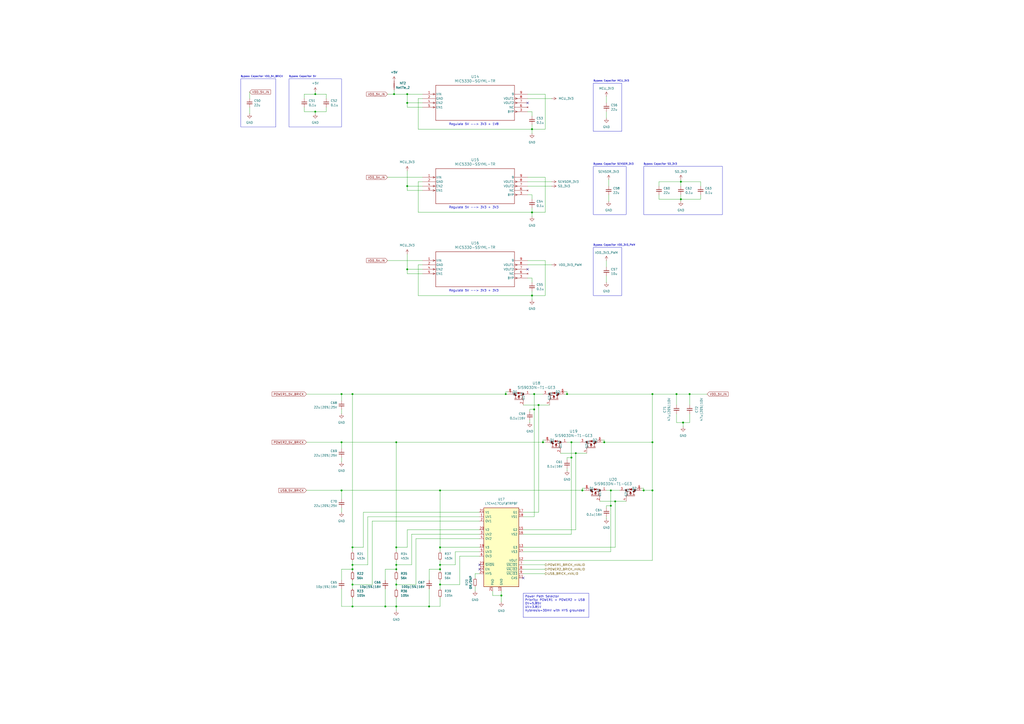
<source format=kicad_sch>
(kicad_sch (version 20231120) (generator "eeschema") (generator_version "8.0")
  (paper "A2")
  (lib_symbols
    (symbol "Device:C_Small" (pin_numbers hide) (pin_names (offset 0.254) hide)
      (property "Reference" "C" (at 0.254 1.778 0))
      (property "Value" "C_Small" (at 0.254 -2.032 0))
      (symbol "C_Small_1_1"
        (pin passive line (at 0 2.54 270) (length 2.032) (name "~") (number "1"))
        (pin passive line (at 0 -2.54 90) (length 2.032) (name "~") (number "2"))
      )
    )
    (symbol "Device:NetTie_2" (pin_numbers hide) (pin_names (offset 0) hide) (in_bom no)
      (property "Reference" "NT" (at 0 1.27 0))
      (property "Value" "NetTie_2" (at 0 -1.27 0))
      (symbol "NetTie_2_1_1"
        (pin passive line (at -2.54 0 0) (length 2.54) (name "1") (number "1"))
        (pin passive line (at 2.54 0 180) (length 2.54) (name "2") (number "2"))
      )
    )
    (symbol "Device:R_Small" (pin_numbers hide) (pin_names (offset 0.254) hide)
      (property "Reference" "R" (at 0.762 0.508 0))
      (property "Value" "R_Small" (at 0.762 -1.016 0))
      (symbol "R_Small_1_1"
        (pin passive line (at 0 2.54 270) (length 0.762) (name "~") (number "1"))
        (pin passive line (at 0 -2.54 90) (length 0.762) (name "~") (number "2"))
      )
    )
    (symbol "Dual P-Channel MOSFET:SIS903DN-T1-GE3" (pin_names (offset 0.254))
      (property "Reference" "U" (at 0 15.113 0))
      (property "Value" "SIS903DN-T1-GE3" (at 0 10.668 0))
      (symbol "SIS903DN-T1-GE3_0_1"
        (pin bidirectional line (at -3.81 2.54 180) (length 2.54) (name "S1") (number "1"))
        (pin bidirectional line (at -7.62 -3.81 90) (length 2.54) (name "G1") (number "2"))
        (pin bidirectional line (at 7.62 -3.81 90) (length 2.54) (name "G2") (number "4"))
        (pin bidirectional line (at 16.51 2.54 180) (length 2.54) (name "D2") (number "5"))
        (pin bidirectional line (at 16.51 3.81 180) (length 2.54) (name "D2") (number "6"))
        (pin bidirectional line (at -16.51 2.54 0) (length 2.54) (name "D1") (number "7"))
        (pin bidirectional line (at -16.51 3.81 0) (length 2.54) (name "D1") (number "8"))
      )
      (symbol "SIS903DN-T1-GE3_1_1"
        (pin bidirectional line (at 3.81 2.54 0) (length 2.54) (name "S2") (number "3"))
      )
    )
    (symbol "MIC5330-SSYML-TR_1" (pin_names (offset 0.254))
      (property "Reference" "U16" (at 30.48 10.16 0))
      (property "Value" "MIC5330-SSYML-TR" (at 30.48 7.62 0))
      (symbol "MIC5330-SSYML-TR_1_0_1"
        (pin input line (at 0 0 0) (length 7.62) (name "VIN") (number "1"))
        (pin power_in line (at 0 -2.54 0) (length 7.62) (name "GND") (number "2"))
        (pin output line (at 60.96 -10.16 180) (length 7.62) (name "BYP") (number "3"))
        (pin input line (at 0 -5.08 0) (length 7.62) (name "EN2") (number "4"))
        (pin input line (at 0 -7.62 0) (length 7.62) (name "EN1") (number "5"))
        (pin no_connect line (at 60.96 -7.62 180) (length 7.62) (name "NC") (number "6"))
      )
      (symbol "MIC5330-SSYML-TR_1_1_1"
        (pin passive line (at 60.96 -5.08 180) (length 7.62) (name "VOUT2") (number "7"))
        (pin power_out line (at 60.96 -2.54 180) (length 7.62) (name "VOUT1") (number "8"))
        (pin passive line (at 60.96 0 180) (length 7.62) (name "9") (number "9"))
      )
    )
    (symbol "Power_Management:LTC4417CUF" (pin_names (offset 0.762))
      (property "Reference" "U" (at 0 26.035 0))
      (property "Value" "LTC4417CUF" (at 0 24.13 0))
      (symbol "LTC4417CUF_1_1"
        (pin input line (at -12.7 17.78 0) (length 2.54) (name "UV1") (number "1"))
        (pin power_in line (at 0 -25.4 90) (length 2.54) (name "GND") (number "10"))
        (pin output line (at 12.7 -17.78 180) (length 2.54) (name "CAS") (number "11"))
        (pin output line (at 12.7 -7.62 180) (length 2.54) (name "VOUT") (number "12"))
        (pin output line (at 12.7 0 180) (length 2.54) (name "G3") (number "13"))
        (pin output line (at 12.7 -2.54 180) (length 2.54) (name "VS3") (number "14"))
        (pin output line (at 12.7 10.16 180) (length 2.54) (name "G2") (number "15"))
        (pin output line (at 12.7 7.62 180) (length 2.54) (name "VS2") (number "16"))
        (pin output line (at 12.7 20.32 180) (length 2.54) (name "G1") (number "17"))
        (pin output line (at 12.7 17.78 180) (length 2.54) (name "VS1") (number "18"))
        (pin input line (at -12.7 0 0) (length 2.54) (name "V3") (number "19"))
        (pin input line (at -12.7 15.24 0) (length 2.54) (name "OV1") (number "2"))
        (pin input line (at -12.7 10.16 0) (length 2.54) (name "V2") (number "20"))
        (pin input line (at -12.7 20.32 0) (length 2.54) (name "V1") (number "21"))
        (pin input line (at -12.7 -12.7 0) (length 2.54) (name "EN") (number "22"))
        (pin input line (at -12.7 -10.16 0) (length 2.54) (name "~{SHDN}") (number "23"))
        (pin input line (at -12.7 -15.24 0) (length 2.54) (name "HYS") (number "24"))
        (pin power_in line (at -5.08 -25.4 90) (length 2.54) (name "PAD") (number "25"))
        (pin input line (at -12.7 7.62 0) (length 2.54) (name "UV2") (number "3"))
        (pin input line (at -12.7 5.08 0) (length 2.54) (name "OV2") (number "4"))
        (pin input line (at -12.7 -2.54 0) (length 2.54) (name "UV3") (number "5"))
        (pin input line (at -12.7 -5.08 0) (length 2.54) (name "OV3") (number "6"))
        (pin open_collector line (at 12.7 -10.16 180) (length 2.54) (name "~{VALID1}") (number "7"))
        (pin open_collector line (at 12.7 -12.7 180) (length 2.54) (name "~{VALID2}") (number "8"))
        (pin open_collector line (at 12.7 -15.24 180) (length 2.54) (name "~{VALID3}") (number "9"))
      )
    )
    (symbol "Voltage_Regulator:MIC5330-SGYML-TR" (pin_names (offset 0.254))
      (property "Reference" "U" (at 30.48 10.16 0))
      (property "Value" "MIC5330-SGYML-TR" (at 30.48 7.62 0))
      (symbol "MIC5330-SGYML-TR_0_1"
        (pin input line (at 0 0 0) (length 7.62) (name "VIN") (number "1"))
        (pin power_in line (at 0 -2.54 0) (length 7.62) (name "GND") (number "2"))
        (pin output line (at 60.96 -10.16 180) (length 7.62) (name "BYP") (number "3"))
        (pin input line (at 0 -5.08 0) (length 7.62) (name "EN2") (number "4"))
        (pin input line (at 0 -7.62 0) (length 7.62) (name "EN1") (number "5"))
        (pin no_connect line (at 60.96 -7.62 180) (length 7.62) (name "NC") (number "6"))
      )
      (symbol "MIC5330-SGYML-TR_1_1"
        (pin power_out line (at 60.96 -5.08 180) (length 7.62) (name "VOUT2") (number "7"))
        (pin power_out line (at 60.96 -2.54 180) (length 7.62) (name "VOUT1") (number "8"))
        (pin passive line (at 60.96 0 180) (length 7.62) (name "9") (number "9"))
      )
    )
    (symbol "Voltage_Regulator:MIC5330-SSYML-TR" (pin_names (offset 0.254))
      (property "Reference" "U" (at 30.48 10.16 0))
      (property "Value" "MIC5330-SSYML-TR" (at 30.48 7.62 0))
      (symbol "MIC5330-SSYML-TR_0_1"
        (pin input line (at 0 0 0) (length 7.62) (name "VIN") (number "1"))
        (pin power_in line (at 0 -2.54 0) (length 7.62) (name "GND") (number "2"))
        (pin output line (at 60.96 -10.16 180) (length 7.62) (name "BYP") (number "3"))
        (pin input line (at 0 -5.08 0) (length 7.62) (name "EN2") (number "4"))
        (pin input line (at 0 -7.62 0) (length 7.62) (name "EN1") (number "5"))
        (pin no_connect line (at 60.96 -7.62 180) (length 7.62) (name "NC") (number "6"))
      )
      (symbol "MIC5330-SSYML-TR_1_1"
        (pin power_out line (at 60.96 -5.08 180) (length 7.62) (name "VOUT2") (number "7"))
        (pin power_out line (at 60.96 -2.54 180) (length 7.62) (name "VOUT1") (number "8"))
        (pin passive line (at 60.96 0 180) (length 7.62) (name "9") (number "9"))
      )
    )
    (symbol "power:+3.3V" (power) (pin_numbers hide) (pin_names (offset 0) hide)
      (property "Value" "+3.3V" (at 0 3.556 0))
      (symbol "+3.3V_1_1"
        (pin power_in line (at 0 0 90) (length 0) (name "~") (number "1"))
      )
    )
    (symbol "power:+5V" (power) (pin_numbers hide) (pin_names (offset 0) hide)
      (property "Value" "+5V" (at 0 3.556 0))
      (symbol "+5V_1_1"
        (pin power_in line (at 0 0 90) (length 0) (name "~") (number "1"))
      )
    )
    (symbol "power:GND" (power) (pin_numbers hide) (pin_names (offset 0) hide)
      (property "Value" "GND" (at 0 -3.81 0))
      (symbol "GND_1_1"
        (pin power_in line (at 0 0 270) (length 0) (name "~") (number "1"))
      )
    )
  )
  (junction (at 204.47 330.2))
  (junction (at 198.12 284.48))
  (junction (at 308.61 123.19))
  (junction (at 308.61 171.45))
  (junction (at 309.88 228.6))
  (junction (at 378.46 256.54))
  (junction (at 255.27 330.2))
  (junction (at 394.97 115.57))
  (junction (at 308.61 74.93))
  (junction (at 331.47 256.54))
  (junction (at 182.88 54.61))
  (junction (at 248.92 351.79))
  (junction (at 378.46 228.6))
  (junction (at 328.93 228.6))
  (junction (at 392.43 228.6))
  (junction (at 334.01 262.89))
  (junction (at 255.27 284.48))
  (junction (at 236.22 59.69))
  (junction (at 255.27 327.66))
  (junction (at 236.22 107.95))
  (junction (at 204.47 351.79))
  (junction (at 228.6 54.61))
  (junction (at 204.47 327.66))
  (junction (at 309.88 237.49))
  (junction (at 198.12 256.54))
  (junction (at 229.87 351.79))
  (junction (at 350.52 256.54))
  (junction (at 290.83 345.44))
  (junction (at 255.27 317.5))
  (junction (at 204.47 228.6))
  (junction (at 223.52 351.79))
  (junction (at 236.22 54.61))
  (junction (at 204.47 339.09))
  (junction (at 394.97 105.41))
  (junction (at 314.96 256.54))
  (junction (at 354.33 284.48))
  (junction (at 400.05 228.6))
  (junction (at 378.46 284.48))
  (junction (at 356.87 290.83))
  (junction (at 373.38 284.48))
  (junction (at 236.22 156.21))
  (junction (at 229.87 330.2))
  (junction (at 182.88 64.77))
  (junction (at 229.87 327.66))
  (junction (at 229.87 317.5))
  (junction (at 229.87 339.09))
  (junction (at 198.12 228.6))
  (junction (at 331.47 265.43))
  (junction (at 229.87 256.54))
  (junction (at 312.42 234.95))
  (junction (at 204.47 317.5))
  (junction (at 255.27 339.09))
  (junction (at 354.33 293.37))
  (junction (at 337.82 284.48))
  (junction (at 396.24 245.11))
  (junction (at 293.37 228.6))
  (no_connect (at 303.53 335.28))
  (no_connect (at 306.07 59.69))
  (no_connect (at 278.13 327.66))
  (no_connect (at 306.07 156.21))
  (no_connect (at 278.13 330.2))
  (wire (pts (xy 328.93 228.6) (xy 327.66 228.6)))
  (wire (pts (xy 266.7 339.09) (xy 255.27 339.09)))
  (wire (pts (xy 356.87 317.5) (xy 356.87 290.83)))
  (wire (pts (xy 228.6 52.07) (xy 228.6 54.61)))
  (wire (pts (xy 204.47 228.6) (xy 293.37 228.6)))
  (wire (pts (xy 278.13 302.26) (xy 215.9 302.26)))
  (wire (pts (xy 229.87 256.54) (xy 229.87 317.5)))
  (wire (pts (xy 236.22 156.21) (xy 245.11 156.21)))
  (wire (pts (xy 245.11 62.23) (xy 236.22 62.23)))
  (wire (pts (xy 378.46 228.6) (xy 328.93 228.6)))
  (wire (pts (xy 293.37 228.6) (xy 294.64 228.6)))
  (wire (pts (xy 306.07 102.87) (xy 316.23 102.87)))
  (wire (pts (xy 314.96 255.27) (xy 316.23 255.27)))
  (wire (pts (xy 278.13 299.72) (xy 213.36 299.72)))
  (wire (pts (xy 198.12 284.48) (xy 198.12 289.56)))
  (wire (pts (xy 308.61 161.29) (xy 308.61 163.83)))
  (wire (pts (xy 255.27 317.5) (xy 278.13 317.5)))
  (wire (pts (xy 356.87 290.83) (xy 363.22 290.83)))
  (wire (pts (xy 306.07 153.67) (xy 320.04 153.67)))
  (wire (pts (xy 353.06 113.03) (xy 353.06 116.84)))
  (wire (pts (xy 350.52 255.27) (xy 350.52 256.54)))
  (wire (pts (xy 182.88 54.61) (xy 176.53 54.61)))
  (wire (pts (xy 293.37 227.33) (xy 293.37 228.6)))
  (wire (pts (xy 215.9 339.09) (xy 204.47 339.09)))
  (wire (pts (xy 204.47 351.79) (xy 223.52 351.79)))
  (wire (pts (xy 328.93 271.78) (xy 328.93 273.05)))
  (wire (pts (xy 255.27 325.12) (xy 255.27 327.66)))
  (wire (pts (xy 278.13 309.88) (xy 238.76 309.88)))
  (wire (pts (xy 351.79 299.72) (xy 351.79 300.99)))
  (wire (pts (xy 229.87 346.71) (xy 229.87 351.79)))
  (wire (pts (xy 255.27 317.5) (xy 255.27 320.04)))
  (wire (pts (xy 312.42 234.95) (xy 318.77 234.95)))
  (wire (pts (xy 223.52 330.2) (xy 229.87 330.2)))
  (wire (pts (xy 308.61 74.93) (xy 308.61 77.47)))
  (wire (pts (xy 264.16 327.66) (xy 264.16 320.04)))
  (wire (pts (xy 327.66 227.33) (xy 328.93 227.33)))
  (wire (pts (xy 314.96 256.54) (xy 316.23 256.54)))
  (wire (pts (xy 303.53 320.04) (xy 354.33 320.04)))
  (wire (pts (xy 255.27 336.55) (xy 255.27 339.09)))
  (wire (pts (xy 245.11 57.15) (xy 242.57 57.15)))
  (wire (pts (xy 328.93 227.33) (xy 328.93 228.6)))
  (wire (pts (xy 238.76 327.66) (xy 229.87 327.66)))
  (wire (pts (xy 204.47 325.12) (xy 204.47 327.66)))
  (wire (pts (xy 373.38 284.48) (xy 378.46 284.48)))
  (wire (pts (xy 396.24 245.11) (xy 396.24 247.65)))
  (wire (pts (xy 354.33 284.48) (xy 359.41 284.48)))
  (wire (pts (xy 242.57 74.93) (xy 308.61 74.93)))
  (wire (pts (xy 245.11 105.41) (xy 242.57 105.41)))
  (wire (pts (xy 337.82 284.48) (xy 339.09 284.48)))
  (wire (pts (xy 198.12 284.48) (xy 255.27 284.48)))
  (wire (pts (xy 303.53 332.74) (xy 316.23 332.74)))
  (wire (pts (xy 198.12 228.6) (xy 204.47 228.6)))
  (wire (pts (xy 255.27 327.66) (xy 255.27 330.2)))
  (wire (pts (xy 236.22 54.61) (xy 245.11 54.61)))
  (wire (pts (xy 245.11 153.67) (xy 242.57 153.67)))
  (wire (pts (xy 264.16 327.66) (xy 255.27 327.66)))
  (wire (pts (xy 349.25 256.54) (xy 350.52 256.54)))
  (wire (pts (xy 303.53 309.88) (xy 331.47 309.88)))
  (wire (pts (xy 229.87 351.79) (xy 248.92 351.79)))
  (wire (pts (xy 306.07 161.29) (xy 308.61 161.29)))
  (wire (pts (xy 303.53 317.5) (xy 356.87 317.5)))
  (wire (pts (xy 290.83 345.44) (xy 290.83 349.25)))
  (wire (pts (xy 351.79 64.77) (xy 351.79 68.58)))
  (wire (pts (xy 334.01 307.34) (xy 334.01 262.89)))
  (wire (pts (xy 236.22 307.34) (xy 236.22 317.5)))
  (wire (pts (xy 307.34 237.49) (xy 309.88 237.49)))
  (wire (pts (xy 392.43 228.6) (xy 392.43 234.95)))
  (wire (pts (xy 294.64 227.33) (xy 293.37 227.33)))
  (wire (pts (xy 334.01 262.89) (xy 340.36 262.89)))
  (wire (pts (xy 394.97 104.14) (xy 394.97 105.41)))
  (wire (pts (xy 303.53 307.34) (xy 334.01 307.34)))
  (wire (pts (xy 308.61 171.45) (xy 308.61 173.99)))
  (wire (pts (xy 204.47 346.71) (xy 204.47 351.79)))
  (wire (pts (xy 198.12 265.43) (xy 198.12 267.97)))
  (wire (pts (xy 308.61 120.65) (xy 308.61 123.19)))
  (wire (pts (xy 303.53 330.2) (xy 316.23 330.2)))
  (wire (pts (xy 378.46 284.48) (xy 378.46 256.54)))
  (wire (pts (xy 198.12 330.2) (xy 204.47 330.2)))
  (wire (pts (xy 406.4 107.95) (xy 406.4 105.41)))
  (wire (pts (xy 278.13 312.42) (xy 241.3 312.42)))
  (wire (pts (xy 224.79 151.13) (xy 245.11 151.13)))
  (wire (pts (xy 306.07 64.77) (xy 308.61 64.77)))
  (wire (pts (xy 372.11 283.21) (xy 373.38 283.21)))
  (wire (pts (xy 339.09 283.21) (xy 337.82 283.21)))
  (wire (pts (xy 331.47 256.54) (xy 336.55 256.54)))
  (wire (pts (xy 177.8 256.54) (xy 198.12 256.54)))
  (wire (pts (xy 350.52 256.54) (xy 378.46 256.54)))
  (wire (pts (xy 236.22 62.23) (xy 236.22 59.69)))
  (wire (pts (xy 198.12 237.49) (xy 198.12 240.03)))
  (wire (pts (xy 204.47 228.6) (xy 204.47 317.5)))
  (wire (pts (xy 242.57 105.41) (xy 242.57 123.19)))
  (wire (pts (xy 198.12 294.64) (xy 198.12 297.18)))
  (wire (pts (xy 236.22 107.95) (xy 236.22 110.49)))
  (wire (pts (xy 351.79 284.48) (xy 354.33 284.48)))
  (wire (pts (xy 306.07 151.13) (xy 316.23 151.13)))
  (wire (pts (xy 351.79 294.64) (xy 351.79 293.37)))
  (wire (pts (xy 351.79 160.02) (xy 351.79 163.83)))
  (wire (pts (xy 382.27 105.41) (xy 382.27 107.95)))
  (wire (pts (xy 278.13 322.58) (xy 266.7 322.58)))
  (wire (pts (xy 309.88 299.72) (xy 309.88 237.49)))
  (wire (pts (xy 394.97 107.95) (xy 394.97 105.41)))
  (wire (pts (xy 308.61 123.19) (xy 316.23 123.19)))
  (wire (pts (xy 215.9 302.26) (xy 215.9 339.09)))
  (wire (pts (xy 308.61 168.91) (xy 308.61 171.45)))
  (wire (pts (xy 224.79 102.87) (xy 245.11 102.87)))
  (wire (pts (xy 255.27 284.48) (xy 337.82 284.48)))
  (wire (pts (xy 224.79 54.61) (xy 228.6 54.61)))
  (wire (pts (xy 392.43 228.6) (xy 400.05 228.6)))
  (wire (pts (xy 337.82 283.21) (xy 337.82 284.48)))
  (wire (pts (xy 182.88 64.77) (xy 189.23 64.77)))
  (wire (pts (xy 198.12 256.54) (xy 198.12 260.35)))
  (wire (pts (xy 373.38 283.21) (xy 373.38 284.48)))
  (wire (pts (xy 351.79 293.37) (xy 354.33 293.37)))
  (wire (pts (xy 307.34 243.84) (xy 307.34 245.11)))
  (wire (pts (xy 314.96 255.27) (xy 314.96 256.54)))
  (wire (pts (xy 255.27 284.48) (xy 255.27 317.5)))
  (wire (pts (xy 382.27 115.57) (xy 382.27 113.03)))
  (wire (pts (xy 351.79 151.13) (xy 351.79 154.94)))
  (wire (pts (xy 307.34 228.6) (xy 309.88 228.6)))
  (wire (pts (xy 255.27 339.09) (xy 255.27 341.63)))
  (wire (pts (xy 236.22 54.61) (xy 236.22 59.69)))
  (wire (pts (xy 255.27 330.2) (xy 255.27 331.47)))
  (wire (pts (xy 236.22 147.32) (xy 236.22 156.21)))
  (wire (pts (xy 223.52 351.79) (xy 229.87 351.79)))
  (wire (pts (xy 236.22 158.75) (xy 245.11 158.75)))
  (wire (pts (xy 400.05 228.6) (xy 410.21 228.6)))
  (wire (pts (xy 266.7 322.58) (xy 266.7 339.09)))
  (wire (pts (xy 198.12 256.54) (xy 229.87 256.54)))
  (wire (pts (xy 306.07 57.15) (xy 320.04 57.15)))
  (wire (pts (xy 308.61 171.45) (xy 316.23 171.45)))
  (wire (pts (xy 248.92 336.55) (xy 248.92 330.2)))
  (wire (pts (xy 255.27 351.79) (xy 255.27 346.71)))
  (wire (pts (xy 400.05 245.11) (xy 400.05 240.03)))
  (wire (pts (xy 328.93 266.7) (xy 328.93 265.43)))
  (wire (pts (xy 290.83 342.9) (xy 290.83 345.44)))
  (wire (pts (xy 351.79 55.88) (xy 351.79 59.69)))
  (wire (pts (xy 204.47 330.2) (xy 204.47 331.47)))
  (wire (pts (xy 308.61 74.93) (xy 316.23 74.93)))
  (wire (pts (xy 285.75 345.44) (xy 290.83 345.44)))
  (wire (pts (xy 275.59 335.28) (xy 275.59 332.74)))
  (wire (pts (xy 306.07 54.61) (xy 316.23 54.61)))
  (wire (pts (xy 285.75 342.9) (xy 285.75 345.44)))
  (wire (pts (xy 182.88 64.77) (xy 182.88 66.04)))
  (wire (pts (xy 204.47 336.55) (xy 204.47 339.09)))
  (wire (pts (xy 406.4 115.57) (xy 394.97 115.57)))
  (wire (pts (xy 353.06 104.14) (xy 353.06 107.95)))
  (wire (pts (xy 198.12 341.63) (xy 198.12 351.79)))
  (wire (pts (xy 303.53 234.95) (xy 312.42 234.95)))
  (wire (pts (xy 278.13 297.18) (xy 210.82 297.18)))
  (wire (pts (xy 394.97 113.03) (xy 394.97 115.57)))
  (wire (pts (xy 400.05 234.95) (xy 400.05 228.6)))
  (wire (pts (xy 229.87 325.12) (xy 229.87 327.66)))
  (wire (pts (xy 309.88 237.49) (xy 309.88 228.6)))
  (wire (pts (xy 144.78 53.34) (xy 144.78 57.15)))
  (wire (pts (xy 382.27 105.41) (xy 394.97 105.41)))
  (wire (pts (xy 349.25 255.27) (xy 350.52 255.27)))
  (wire (pts (xy 236.22 317.5) (xy 229.87 317.5)))
  (wire (pts (xy 177.8 284.48) (xy 198.12 284.48)))
  (wire (pts (xy 248.92 330.2) (xy 255.27 330.2)))
  (wire (pts (xy 248.92 341.63) (xy 248.92 351.79)))
  (wire (pts (xy 176.53 54.61) (xy 176.53 57.15)))
  (wire (pts (xy 204.47 317.5) (xy 204.47 320.04)))
  (wire (pts (xy 306.07 107.95) (xy 320.04 107.95)))
  (wire (pts (xy 308.61 123.19) (xy 308.61 125.73)))
  (wire (pts (xy 223.52 336.55) (xy 223.52 330.2)))
  (wire (pts (xy 245.11 59.69) (xy 236.22 59.69)))
  (wire (pts (xy 198.12 351.79) (xy 204.47 351.79)))
  (wire (pts (xy 182.88 54.61) (xy 189.23 54.61)))
  (wire (pts (xy 210.82 317.5) (xy 204.47 317.5)))
  (wire (pts (xy 177.8 228.6) (xy 198.12 228.6)))
  (wire (pts (xy 229.87 351.79) (xy 229.87 354.33)))
  (wire (pts (xy 303.53 327.66) (xy 316.23 327.66)))
  (wire (pts (xy 392.43 240.03) (xy 392.43 245.11)))
  (wire (pts (xy 303.53 299.72) (xy 309.88 299.72)))
  (wire (pts (xy 229.87 336.55) (xy 229.87 339.09)))
  (wire (pts (xy 198.12 336.55) (xy 198.12 330.2)))
  (wire (pts (xy 176.53 64.77) (xy 176.53 62.23)))
  (wire (pts (xy 189.23 62.23) (xy 189.23 64.77)))
  (wire (pts (xy 182.88 53.34) (xy 182.88 54.61)))
  (wire (pts (xy 242.57 123.19) (xy 308.61 123.19)))
  (wire (pts (xy 236.22 110.49) (xy 245.11 110.49)))
  (wire (pts (xy 229.87 330.2) (xy 229.87 331.47)))
  (wire (pts (xy 241.3 312.42) (xy 241.3 339.09)))
  (wire (pts (xy 316.23 54.61) (xy 316.23 74.93)))
  (wire (pts (xy 228.6 54.61) (xy 236.22 54.61)))
  (wire (pts (xy 406.4 105.41) (xy 394.97 105.41)))
  (wire (pts (xy 241.3 339.09) (xy 229.87 339.09)))
  (wire (pts (xy 328.93 265.43) (xy 331.47 265.43)))
  (wire (pts (xy 242.57 57.15) (xy 242.57 74.93)))
  (wire (pts (xy 144.78 62.23) (xy 144.78 66.04)))
  (wire (pts (xy 303.53 325.12) (xy 378.46 325.12)))
  (wire (pts (xy 213.36 299.72) (xy 213.36 327.66)))
  (wire (pts (xy 331.47 309.88) (xy 331.47 265.43)))
  (wire (pts (xy 229.87 317.5) (xy 229.87 320.04)))
  (wire (pts (xy 236.22 99.06) (xy 236.22 107.95)))
  (wire (pts (xy 229.87 256.54) (xy 314.96 256.54)))
  (wire (pts (xy 309.88 228.6) (xy 314.96 228.6)))
  (wire (pts (xy 347.98 290.83) (xy 356.87 290.83)))
  (wire (pts (xy 223.52 341.63) (xy 223.52 351.79)))
  (wire (pts (xy 275.59 332.74) (xy 278.13 332.74)))
  (wire (pts (xy 325.12 262.89) (xy 334.01 262.89)))
  (wire (pts (xy 396.24 245.11) (xy 400.05 245.11)))
  (wire (pts (xy 307.34 238.76) (xy 307.34 237.49)))
  (wire (pts (xy 316.23 102.87) (xy 316.23 123.19)))
  (wire (pts (xy 378.46 228.6) (xy 392.43 228.6)))
  (wire (pts (xy 382.27 115.57) (xy 394.97 115.57)))
  (wire (pts (xy 210.82 297.18) (xy 210.82 317.5)))
  (wire (pts (xy 378.46 325.12) (xy 378.46 284.48)))
  (wire (pts (xy 213.36 327.66) (xy 204.47 327.66)))
  (wire (pts (xy 189.23 57.15) (xy 189.23 54.61)))
  (wire (pts (xy 372.11 284.48) (xy 373.38 284.48)))
  (wire (pts (xy 306.07 113.03) (xy 308.61 113.03)))
  (wire (pts (xy 236.22 107.95) (xy 245.11 107.95)))
  (wire (pts (xy 275.59 340.36) (xy 275.59 342.9)))
  (wire (pts (xy 278.13 307.34) (xy 236.22 307.34)))
  (wire (pts (xy 198.12 228.6) (xy 198.12 232.41)))
  (wire (pts (xy 406.4 113.03) (xy 406.4 115.57)))
  (wire (pts (xy 312.42 297.18) (xy 312.42 234.95)))
  (wire (pts (xy 354.33 320.04) (xy 354.33 293.37)))
  (wire (pts (xy 328.93 256.54) (xy 331.47 256.54)))
  (wire (pts (xy 236.22 156.21) (xy 236.22 158.75)))
  (wire (pts (xy 394.97 115.57) (xy 394.97 116.84)))
  (wire (pts (xy 308.61 64.77) (xy 308.61 67.31)))
  (wire (pts (xy 248.92 351.79) (xy 255.27 351.79)))
  (wire (pts (xy 242.57 153.67) (xy 242.57 171.45)))
  (wire (pts (xy 308.61 113.03) (xy 308.61 115.57)))
  (wire (pts (xy 229.87 327.66) (xy 229.87 330.2)))
  (wire (pts (xy 242.57 171.45) (xy 308.61 171.45)))
  (wire (pts (xy 238.76 309.88) (xy 238.76 327.66)))
  (wire (pts (xy 392.43 245.11) (xy 396.24 245.11)))
  (wire (pts (xy 331.47 265.43) (xy 331.47 256.54)))
  (wire (pts (xy 303.53 297.18) (xy 312.42 297.18)))
  (wire (pts (xy 204.47 339.09) (xy 204.47 341.63)))
  (wire (pts (xy 316.23 151.13) (xy 316.23 171.45)))
  (wire (pts (xy 229.87 339.09) (xy 229.87 341.63)))
  (wire (pts (xy 182.88 64.77) (xy 176.53 64.77)))
  (wire (pts (xy 378.46 256.54) (xy 378.46 228.6)))
  (wire (pts (xy 308.61 72.39) (xy 308.61 74.93)))
  (wire (pts (xy 306.07 105.41) (xy 320.04 105.41)))
  (wire (pts (xy 204.47 327.66) (xy 204.47 330.2)))
  (wire (pts (xy 278.13 320.04) (xy 264.16 320.04)))
  (wire (pts (xy 354.33 293.37) (xy 354.33 284.48)))
  (rectangle (start 344.17 143.51) (end 360.68 171.45))
  (rectangle (start 167.64 45.72) (end 198.12 73.66))
  (rectangle (start 344.17 48.26) (end 360.68 76.2))
  (rectangle (start 139.7 45.72) (end 160.02 73.66))
  (rectangle (start 344.17 96.52) (end 363.22 124.46))
  (rectangle (start 373.38 96.52) (end 419.1 124.46))
  (text_box "Power Path Selector\nPriority: POWER1 > POWER2 > USB\nOV=5.85V\nUV=3.81V\nHyteresis=30mV with HYS grounded" (at 303.53 344.17 0) (size 38.1 13.97) (effects (font (size 1.27 1.27)) (justify left top)))
  (text "Bypass Capacitor MCU_3V3" (at 354.584 46.99 0) (effects (font (size 1 1))))
  (text "Bypass Capacitor VDD_5V_BRICK" (at 151.892 44.45 0) (effects (font (size 1 1))))
  (text "Bypass Capacitor 5V" (at 175.514 44.45 0) (effects (font (size 1 1))))
  (text "Bypass Capacitor SD_3V3" (at 383.032 95.25 0) (effects (font (size 1 1))))
  (text "Bypass Capacitor VDD_3V3_PWM" (at 356.362 142.24 0) (effects (font (size 1 1))))
  (text "Bypass Capacitor SENSOR_3V3" (at 355.854 95.25 0) (effects (font (size 1 1))))
  (text "Regulate 5V --> 3V3 + 1V8" (at 274.828 72.136 0) (effects (font (size 1.27 1.27))))
  (text "Regulate 5V --> 3V3 + 3V3" (at 274.828 120.396 0) (effects (font (size 1.27 1.27))))
  (text "Regulate 5V --> 3V3 + 3V3" (at 274.828 168.656 0) (effects (font (size 1.27 1.27))))
  (global_label "POWER1_5V_BRICK" (shape input) (at 177.8 228.6 180) (property "Intersheetrefs" "${INTERSHEET_REFS}" (effects (hide yes))))
  (global_label "USB_5V_BRICK" (shape input) (at 177.8 284.48 180) (property "Intersheetrefs" "${INTERSHEET_REFS}" (effects (hide yes))))
  (global_label "VDD_5V_IN" (shape input) (at 224.79 151.13 180) (property "Intersheetrefs" "${INTERSHEET_REFS}" (effects (hide yes))))
  (global_label "VDD_5V_IN" (shape input) (at 144.78 53.34 0) (property "Intersheetrefs" "${INTERSHEET_REFS}" (effects (hide yes))))
  (global_label "POWER2_5V_BRICK" (shape input) (at 177.8 256.54 180) (property "Intersheetrefs" "${INTERSHEET_REFS}" (effects (hide yes))))
  (global_label "VDD_5V_IN" (shape input) (at 224.79 102.87 180) (property "Intersheetrefs" "${INTERSHEET_REFS}" (effects (hide yes))))
  (global_label "VDD_5V_IN" (shape input) (at 224.79 54.61 180) (property "Intersheetrefs" "${INTERSHEET_REFS}" (effects (hide yes))))
  (global_label "VDD_5V_IN" (shape input) (at 410.21 228.6 0) (property "Intersheetrefs" "${INTERSHEET_REFS}" (effects (hide yes))))
  (hierarchical_label "POWER1_BRICK_nVALID" (shape output) (at 316.23 327.66 0))
  (hierarchical_label "POWER2_BRICK_nVALID" (shape output) (at 316.23 330.2 0))
  (hierarchical_label "USB_BRICK_nVALID" (shape output) (at 316.23 332.74 0))
  (symbol (lib_id "power:+3.3V") (at 394.97 104.14 0) (unit 1)
    (property "Reference" "#PWR0136" (effects (hide yes)))
    (property "Value" "SD_3V3" (at 394.97 99.568 0))
    (property "Description" "Power symbol creates a global label with name \"+3.3V\"" (effects (hide yes)))
  )
  (symbol (lib_id "power:GND") (at 182.88 66.04 0) (unit 1)
    (property "Reference" "#PWR0116" (effects (hide yes)))
    (property "Value" "GND" (at 182.88 71.12 0))
    (property "Description" "Power symbol creates a global label with name \"GND\" , ground" (effects (hide yes)))
  )
  (symbol (lib_id "Device:R_Small") (at 255.27 344.17 0) (unit 1)
    (property "Reference" "R39" (at 257.81 342.8999 0) (effects (justify left)))
    (property "Value" "105k" (at 257.81 345.4399 0) (effects (justify left)))
    (property "Footprint" "Resistor_SMD:R_0402_1005Metric_Pad0.72x0.64mm_HandSolder" (effects (hide yes)))
    (property "Description" "Resistor, small symbol" (effects (hide yes)))
  )
  (symbol (lib_id "power:GND") (at 290.83 349.25 0) (unit 1)
    (property "Reference" "#PWR056" (effects (hide yes)))
    (property "Value" "GND" (at 290.83 354.33 0))
    (property "Description" "Power symbol creates a global label with name \"GND\" , ground" (effects (hide yes)))
  )
  (symbol (lib_id "Device:C_Small") (at 198.12 339.09 0) (unit 1)
    (property "Reference" "C65" (at 195.58 337.8262 0) (effects (justify right)))
    (property "Value" "10p|5%|16V" (at 195.58 340.3662 0) (effects (justify right)))
    (property "Footprint" "Capacitor_SMD:C_0402_1005Metric_Pad0.74x0.62mm_HandSolder" (effects (hide yes)))
    (property "Description" "Unpolarized capacitor, small symbol" (effects (hide yes)))
  )
  (symbol (lib_id "power:GND") (at 144.78 66.04 0) (unit 1)
    (property "Reference" "#PWR0114" (effects (hide yes)))
    (property "Value" "GND" (at 144.78 71.12 0))
    (property "Description" "Power symbol creates a global label with name \"GND\" , ground" (effects (hide yes)))
  )
  (symbol (lib_id "Device:R_Small") (at 204.47 344.17 0) (unit 1)
    (property "Reference" "R23" (at 207.01 342.8999 0) (effects (justify left)))
    (property "Value" "105k" (at 207.01 345.4399 0) (effects (justify left)))
    (property "Footprint" "Resistor_SMD:R_0402_1005Metric_Pad0.72x0.64mm_HandSolder" (effects (hide yes)))
    (property "Description" "Resistor, small symbol" (effects (hide yes)))
  )
  (symbol (lib_id "power:GND") (at 396.24 247.65 0) (unit 1)
    (property "Reference" "#PWR0113" (effects (hide yes)))
    (property "Value" "GND" (at 396.24 252.73 0))
    (property "Description" "Power symbol creates a global label with name \"GND\" , ground" (effects (hide yes)))
  )
  (symbol (lib_id "Device:C_Small") (at 400.05 237.49 0) (unit 1)
    (property "Reference" "C72" (at 404.114 239.522 90) (effects (justify left)))
    (property "Value" "47u|20%|10V" (at 406.908 244.348 90) (effects (justify left)))
    (property "Footprint" "Capacitor_SMD:C_0805_2012Metric_Pad1.18x1.45mm_HandSolder" (effects (hide yes)))
    (property "Description" "Unpolarized capacitor, small symbol" (effects (hide yes)))
  )
  (symbol (lib_id "Device:C_Small") (at 406.4 110.49 0) (unit 1)
    (property "Reference" "C63" (at 408.94 109.2262 0) (effects (justify left)))
    (property "Value" "0.1u" (at 408.94 111.7662 0) (effects (justify left)))
    (property "Footprint" "Capacitor_SMD:C_0402_1005Metric_Pad0.74x0.62mm_HandSolder" (effects (hide yes)))
    (property "Description" "Unpolarized capacitor, small symbol" (effects (hide yes)))
  )
  (symbol (lib_id "Device:C_Small") (at 198.12 234.95 0) (mirror y) (unit 1)
    (property "Reference" "C68" (at 195.58 233.6862 0) (effects (justify left)))
    (property "Value" "22u|20%|25V" (at 195.58 236.2262 0) (effects (justify left)))
    (property "Footprint" "Capacitor_SMD:C_0603_1608Metric_Pad1.08x0.95mm_HandSolder" (effects (hide yes)))
    (property "Description" "Unpolarized capacitor, small symbol" (effects (hide yes)))
  )
  (symbol (lib_id "power:GND") (at 394.97 116.84 0) (unit 1)
    (property "Reference" "#PWR0137" (effects (hide yes)))
    (property "Value" "GND" (at 394.97 121.92 0))
    (property "Description" "Power symbol creates a global label with name \"GND\" , ground" (effects (hide yes)))
  )
  (symbol (lib_id "Device:C_Small") (at 189.23 59.69 0) (unit 1)
    (property "Reference" "C52" (at 191.77 58.4262 0) (effects (justify left)))
    (property "Value" "0.1u" (at 191.77 60.9662 0) (effects (justify left)))
    (property "Footprint" "Capacitor_SMD:C_0402_1005Metric_Pad0.74x0.62mm_HandSolder" (effects (hide yes)))
    (property "Description" "Unpolarized capacitor, small symbol" (effects (hide yes)))
  )
  (symbol (lib_id "Device:C_Small") (at 307.34 241.3 0) (unit 1)
    (property "Reference" "C59" (at 304.8 240.0362 0) (effects (justify right)))
    (property "Value" "0.1u|16V" (at 304.8 242.5762 0) (effects (justify right)))
    (property "Footprint" "Capacitor_SMD:C_0402_1005Metric_Pad0.74x0.62mm_HandSolder" (effects (hide yes)))
    (property "Description" "Unpolarized capacitor, small symbol" (effects (hide yes)))
  )
  (symbol (lib_id "Voltage_Regulator:MIC5330-SGYML-TR") (at 245.11 54.61 0) (unit 1)
    (property "Reference" "U14" (at 275.59 44.45 0) (effects (font (size 1.524 1.524))))
    (property "Value" "MIC5330-SGYML-TR" (at 275.59 46.99 0) (effects (font (size 1.524 1.524))))
    (property "Footprint" "MLF-8_ML_MCH" (effects (hide yes)))
    (property "Datasheet" "MIC5330-SGYML-TR" (effects (hide yes)))
  )
  (symbol (lib_id "Dual P-Channel MOSFET:SIS903DN-T1-GE3") (at 355.6 287.02 0) (unit 1)
    (property "Reference" "U20" (at 355.6 278.13 0) (effects (font (size 1.524 1.524))))
    (property "Value" "SIS903DN-T1-GE3" (at 355.6 280.67 0) (effects (font (size 1.524 1.524))))
    (property "Footprint" "SIS903DN-T1-GE3:MOSFET_DN-T1-GE3_VIS" (effects (hide yes)))
    (property "Datasheet" "SIS903DN-T1-GE3" (effects (hide yes)))
  )
  (symbol (lib_id "power:+3.3V") (at 236.22 99.06 0) (unit 1)
    (property "Reference" "#PWR0118" (effects (hide yes)))
    (property "Value" "MCU_3V3" (at 236.22 93.98 0))
    (property "Description" "Power symbol creates a global label with name \"+3.3V\"" (effects (hide yes)))
  )
  (symbol (lib_id "Dual P-Channel MOSFET:SIS903DN-T1-GE3") (at 311.15 231.14 0) (unit 1)
    (property "Reference" "U18" (at 311.15 222.25 0) (effects (font (size 1.524 1.524))))
    (property "Value" "SIS903DN-T1-GE3" (at 311.15 224.79 0) (effects (font (size 1.524 1.524))))
    (property "Footprint" "SIS903DN-T1-GE3:MOSFET_DN-T1-GE3_VIS" (effects (hide yes)))
    (property "Datasheet" "SIS903DN-T1-GE3" (effects (hide yes)))
  )
  (symbol (lib_id "power:+3.3V") (at 320.04 107.95 270) (unit 1)
    (property "Reference" "#PWR0126" (effects (hide yes)))
    (property "Value" "SD_3V3" (at 323.596 107.95 90) (effects (justify left)))
    (property "Description" "Power symbol creates a global label with name \"+3.3V\"" (effects (hide yes)))
  )
  (symbol (lib_id "Device:C_Small") (at 392.43 237.49 0) (mirror y) (unit 1)
    (property "Reference" "C71" (at 385.572 239.522 90) (effects (justify left)))
    (property "Value" "47u|20%|10V" (at 388.112 244.348 90) (effects (justify left)))
    (property "Footprint" "Capacitor_SMD:C_0805_2012Metric_Pad1.18x1.45mm_HandSolder" (effects (hide yes)))
    (property "Description" "Unpolarized capacitor, small symbol" (effects (hide yes)))
  )
  (symbol (lib_id "power:GND") (at 328.93 273.05 0) (unit 1)
    (property "Reference" "#PWR0107" (effects (hide yes)))
    (property "Value" "GND" (at 328.93 278.13 0))
    (property "Description" "Power symbol creates a global label with name \"GND\" , ground" (effects (hide yes)))
  )
  (symbol (lib_id "Device:R_Small") (at 204.47 322.58 0) (unit 1)
    (property "Reference" "R21" (at 207.01 321.3099 0) (effects (justify left)))
    (property "Value" "453k" (at 207.01 323.8499 0) (effects (justify left)))
    (property "Footprint" "Resistor_SMD:R_0402_1005Metric_Pad0.72x0.64mm_HandSolder" (effects (hide yes)))
    (property "Description" "Resistor, small symbol" (effects (hide yes)))
  )
  (symbol (lib_id "power:GND") (at 229.87 354.33 0) (unit 1)
    (property "Reference" "#PWR0124" (effects (hide yes)))
    (property "Value" "GND" (at 229.87 359.41 0))
    (property "Description" "Power symbol creates a global label with name \"GND\" , ground" (effects (hide yes)))
  )
  (symbol (lib_id "power:GND") (at 351.79 163.83 0) (unit 1)
    (property "Reference" "#PWR0131" (effects (hide yes)))
    (property "Value" "GND" (at 351.79 168.91 0))
    (property "Description" "Power symbol creates a global label with name \"GND\" , ground" (effects (hide yes)))
  )
  (symbol (lib_id "Device:R_Small") (at 229.87 322.58 0) (unit 1)
    (property "Reference" "R34" (at 232.41 321.3099 0) (effects (justify left)))
    (property "Value" "453k" (at 232.41 323.8499 0) (effects (justify left)))
    (property "Footprint" "Resistor_SMD:R_0402_1005Metric_Pad0.72x0.64mm_HandSolder" (effects (hide yes)))
    (property "Description" "Resistor, small symbol" (effects (hide yes)))
  )
  (symbol (lib_id "power:GND") (at 308.61 125.73 0) (unit 1)
    (property "Reference" "#PWR0121" (effects (hide yes)))
    (property "Value" "GND" (at 308.61 130.81 0))
    (property "Description" "Power symbol creates a global label with name \"GND\" , ground" (effects (hide yes)))
  )
  (symbol (lib_id "power:GND") (at 275.59 342.9 0) (unit 1)
    (property "Reference" "#PWR057" (effects (hide yes)))
    (property "Value" "GND" (at 275.59 347.98 0))
    (property "Description" "Power symbol creates a global label with name \"GND\" , ground" (effects (hide yes)))
  )
  (symbol (lib_id "Device:C_Small") (at 223.52 339.09 0) (unit 1)
    (property "Reference" "C66" (at 220.98 337.8262 0) (effects (justify right)))
    (property "Value" "10p|5%|16V" (at 220.98 340.3662 0) (effects (justify right)))
    (property "Footprint" "Capacitor_SMD:C_0402_1005Metric_Pad0.74x0.62mm_HandSolder" (effects (hide yes)))
    (property "Description" "Unpolarized capacitor, small symbol" (effects (hide yes)))
  )
  (symbol (lib_id "Device:NetTie_2") (at 228.6 49.53 270) (unit 1) (in_bom no)
    (property "Reference" "NT2" (at 233.68 48.26 90))
    (property "Value" "NetTie_2" (at 233.68 50.8 90))
    (property "Footprint" "NetTie:NetTie-2_SMD_Pad2.0mm" (effects (hide yes)))
    (property "Description" "Net tie, 2 pins" (effects (hide yes)))
  )
  (symbol (lib_id "power:GND") (at 308.61 77.47 0) (unit 1)
    (property "Reference" "#PWR0120" (effects (hide yes)))
    (property "Value" "GND" (at 308.61 82.55 0))
    (property "Description" "Power symbol creates a global label with name \"GND\" , ground" (effects (hide yes)))
  )
  (symbol (lib_id "power:+3.3V") (at 320.04 153.67 270) (unit 1)
    (property "Reference" "#PWR0127" (effects (hide yes)))
    (property "Value" "VDD_3V3_PWM" (at 324.104 153.67 90) (effects (justify left)))
    (property "Description" "Power symbol creates a global label with name \"+3.3V\"" (effects (hide yes)))
  )
  (symbol (lib_id "Device:C_Small") (at 144.78 59.69 0) (unit 1)
    (property "Reference" "C50" (at 147.32 58.4262 0) (effects (justify left)))
    (property "Value" "22u" (at 147.32 60.9662 0) (effects (justify left)))
    (property "Footprint" "Capacitor_SMD:C_0603_1608Metric_Pad1.08x0.95mm_HandSolder" (effects (hide yes)))
    (property "Description" "Unpolarized capacitor, small symbol" (effects (hide yes)))
  )
  (symbol (lib_id "Device:C_Small") (at 198.12 292.1 0) (mirror y) (unit 1)
    (property "Reference" "C70" (at 195.58 290.8362 0) (effects (justify left)))
    (property "Value" "22u|20%|25V" (at 195.58 293.3762 0) (effects (justify left)))
    (property "Footprint" "Capacitor_SMD:C_0603_1608Metric_Pad1.08x0.95mm_HandSolder" (effects (hide yes)))
    (property "Description" "Unpolarized capacitor, small symbol" (effects (hide yes)))
  )
  (symbol (lib_id "Device:R_Small") (at 255.27 322.58 0) (unit 1)
    (property "Reference" "R37" (at 257.81 321.3099 0) (effects (justify left)))
    (property "Value" "453k" (at 257.81 323.8499 0) (effects (justify left)))
    (property "Footprint" "Resistor_SMD:R_0402_1005Metric_Pad0.72x0.64mm_HandSolder" (effects (hide yes)))
    (property "Description" "Resistor, small symbol" (effects (hide yes)))
  )
  (symbol (lib_id "power:+3.3V") (at 351.79 151.13 0) (unit 1)
    (property "Reference" "#PWR0130" (effects (hide yes)))
    (property "Value" "VDD_3V3_PWM" (at 351.79 146.558 0))
    (property "Description" "Power symbol creates a global label with name \"+3.3V\"" (effects (hide yes)))
  )
  (symbol (lib_id "Device:C_Small") (at 198.12 262.89 0) (mirror y) (unit 1)
    (property "Reference" "C69" (at 195.58 261.6262 0) (effects (justify left)))
    (property "Value" "22u|20%|25V" (at 195.58 264.1662 0) (effects (justify left)))
    (property "Footprint" "Capacitor_SMD:C_0603_1608Metric_Pad1.08x0.95mm_HandSolder" (effects (hide yes)))
    (property "Description" "Unpolarized capacitor, small symbol" (effects (hide yes)))
  )
  (symbol (lib_id "Device:C_Small") (at 353.06 110.49 0) (unit 1)
    (property "Reference" "C58" (at 355.6 109.2262 0) (effects (justify left)))
    (property "Value" "22u" (at 355.6 111.7662 0) (effects (justify left)))
    (property "Footprint" "Capacitor_SMD:C_0603_1608Metric_Pad1.08x0.95mm_HandSolder" (effects (hide yes)))
    (property "Description" "Unpolarized capacitor, small symbol" (effects (hide yes)))
  )
  (symbol (lib_id "power:GND") (at 351.79 300.99 0) (unit 1)
    (property "Reference" "#PWR0109" (effects (hide yes)))
    (property "Value" "GND" (at 351.79 306.07 0))
    (property "Description" "Power symbol creates a global label with name \"GND\" , ground" (effects (hide yes)))
  )
  (symbol (lib_id "Device:R_Small") (at 255.27 334.01 0) (unit 1)
    (property "Reference" "R38" (at 257.81 332.7399 0) (effects (justify left)))
    (property "Value" "56k" (at 257.81 335.2799 0) (effects (justify left)))
    (property "Footprint" "Resistor_SMD:R_0402_1005Metric_Pad0.72x0.64mm_HandSolder" (effects (hide yes)))
    (property "Description" "Resistor, small symbol" (effects (hide yes)))
  )
  (symbol (lib_id "Device:C_Small") (at 328.93 269.24 0) (unit 1)
    (property "Reference" "C61" (at 326.39 267.9762 0) (effects (justify right)))
    (property "Value" "0.1u|16V" (at 326.39 270.5162 0) (effects (justify right)))
    (property "Footprint" "Capacitor_SMD:C_0402_1005Metric_Pad0.74x0.62mm_HandSolder" (effects (hide yes)))
    (property "Description" "Unpolarized capacitor, small symbol" (effects (hide yes)))
  )
  (symbol (lib_id "Device:C_Small") (at 308.61 69.85 0) (unit 1)
    (property "Reference" "C53" (at 311.15 68.5862 0) (effects (justify left)))
    (property "Value" "0.1u" (at 311.15 71.1262 0) (effects (justify left)))
    (property "Footprint" "Capacitor_SMD:C_0402_1005Metric_Pad0.74x0.62mm_HandSolder" (effects (hide yes)))
    (property "Description" "Unpolarized capacitor, small symbol" (effects (hide yes)))
  )
  (symbol (lib_id "power:+3.3V") (at 320.04 105.41 270) (unit 1)
    (property "Reference" "#PWR0125" (effects (hide yes)))
    (property "Value" "SENSOR_3V3" (at 323.596 105.41 90) (effects (justify left)))
    (property "Description" "Power symbol creates a global label with name \"+3.3V\"" (effects (hide yes)))
  )
  (symbol (lib_id "power:+3.3V") (at 351.79 55.88 0) (unit 1)
    (property "Reference" "#PWR0128" (effects (hide yes)))
    (property "Value" "MCU_3V3" (at 351.79 51.308 0))
    (property "Description" "Power symbol creates a global label with name \"+3.3V\"" (effects (hide yes)))
  )
  (symbol (lib_id "Device:R_Small") (at 204.47 334.01 0) (unit 1)
    (property "Reference" "R22" (at 207.01 332.7399 0) (effects (justify left)))
    (property "Value" "56k" (at 207.01 335.2799 0) (effects (justify left)))
    (property "Footprint" "Resistor_SMD:R_0402_1005Metric_Pad0.72x0.64mm_HandSolder" (effects (hide yes)))
    (property "Description" "Resistor, small symbol" (effects (hide yes)))
  )
  (symbol (lib_id "Device:C_Small") (at 308.61 118.11 0) (unit 1)
    (property "Reference" "C54" (at 311.15 116.8462 0) (effects (justify left)))
    (property "Value" "0.1u" (at 311.15 119.3862 0) (effects (justify left)))
    (property "Footprint" "Capacitor_SMD:C_0402_1005Metric_Pad0.74x0.62mm_HandSolder" (effects (hide yes)))
    (property "Description" "Unpolarized capacitor, small symbol" (effects (hide yes)))
  )
  (symbol (lib_id "power:GND") (at 351.79 68.58 0) (unit 1)
    (property "Reference" "#PWR0129" (effects (hide yes)))
    (property "Value" "GND" (at 351.79 73.66 0))
    (property "Description" "Power symbol creates a global label with name \"GND\" , ground" (effects (hide yes)))
  )
  (symbol (lib_id "power:+5V") (at 182.88 53.34 0) (unit 1)
    (property "Reference" "#PWR0115" (effects (hide yes)))
    (property "Value" "+5V" (at 182.88 48.26 0))
    (property "Description" "Power symbol creates a global label with name \"+5V\"" (effects (hide yes)))
  )
  (symbol (lib_id "power:+3.3V") (at 236.22 147.32 0) (unit 1)
    (property "Reference" "#PWR0119" (effects (hide yes)))
    (property "Value" "MCU_3V3" (at 236.22 142.24 0))
    (property "Description" "Power symbol creates a global label with name \"+3.3V\"" (effects (hide yes)))
  )
  (symbol (lib_id "Device:C_Small") (at 351.79 62.23 0) (unit 1)
    (property "Reference" "C56" (at 354.33 60.9662 0) (effects (justify left)))
    (property "Value" "22u" (at 354.33 63.5062 0) (effects (justify left)))
    (property "Footprint" "Capacitor_SMD:C_0603_1608Metric_Pad1.08x0.95mm_HandSolder" (effects (hide yes)))
    (property "Description" "Unpolarized capacitor, small symbol" (effects (hide yes)))
  )
  (symbol (lib_id "Device:C_Small") (at 308.61 166.37 0) (unit 1)
    (property "Reference" "C55" (at 311.15 165.1062 0) (effects (justify left)))
    (property "Value" "0.1u" (at 311.15 167.6462 0) (effects (justify left)))
    (property "Footprint" "Capacitor_SMD:C_0402_1005Metric_Pad0.74x0.62mm_HandSolder" (effects (hide yes)))
    (property "Description" "Unpolarized capacitor, small symbol" (effects (hide yes)))
  )
  (symbol (lib_id "power:GND") (at 353.06 116.84 0) (unit 1)
    (property "Reference" "#PWR0133" (effects (hide yes)))
    (property "Value" "GND" (at 353.06 121.92 0))
    (property "Description" "Power symbol creates a global label with name \"GND\" , ground" (effects (hide yes)))
  )
  (symbol (lib_id "Device:R_Small") (at 275.59 337.82 0) (mirror y) (unit 1)
    (property "Reference" "R20" (at 270.764 337.82 90))
    (property "Value" "0R/DNP" (at 273.05 337.82 90) (effects (font (bold yes))))
    (property "Footprint" "Resistor_SMD:R_0402_1005Metric_Pad0.72x0.64mm_HandSolder" (effects (hide yes)))
    (property "Description" "Resistor, small symbol" (effects (hide yes)))
  )
  (symbol (lib_id "Voltage_Regulator:MIC5330-SSYML-TR") (at 245.11 102.87 0) (unit 1)
    (property "Reference" "U15" (at 275.59 92.71 0) (effects (font (size 1.524 1.524))))
    (property "Value" "MIC5330-SSYML-TR" (at 275.59 95.25 0) (effects (font (size 1.524 1.524))))
    (property "Footprint" "MLF-8_ML_MCH" (effects (hide yes)))
    (property "Datasheet" "MIC5330-SSYML-TR" (effects (hide yes)))
  )
  (symbol (lib_id "power:+3.3V") (at 320.04 57.15 270) (unit 1)
    (property "Reference" "#PWR0123" (effects (hide yes)))
    (property "Value" "MCU_3V3" (at 328.422 57.15 90))
    (property "Description" "Power symbol creates a global label with name \"+3.3V\"" (effects (hide yes)))
  )
  (symbol (lib_id "power:GND") (at 198.12 240.03 0) (unit 1)
    (property "Reference" "#PWR0138" (effects (hide yes)))
    (property "Value" "GND" (at 198.12 245.11 0))
    (property "Description" "Power symbol creates a global label with name \"GND\" , ground" (effects (hide yes)))
  )
  (symbol (lib_id "Device:R_Small") (at 229.87 344.17 0) (unit 1)
    (property "Reference" "R36" (at 232.41 342.8999 0) (effects (justify left)))
    (property "Value" "105k" (at 232.41 345.4399 0) (effects (justify left)))
    (property "Footprint" "Resistor_SMD:R_0402_1005Metric_Pad0.72x0.64mm_HandSolder" (effects (hide yes)))
    (property "Description" "Resistor, small symbol" (effects (hide yes)))
  )
  (symbol (lib_id "power:GND") (at 198.12 297.18 0) (unit 1)
    (property "Reference" "#PWR0134" (effects (hide yes)))
    (property "Value" "GND" (at 198.12 302.26 0))
    (property "Description" "Power symbol creates a global label with name \"GND\" , ground" (effects (hide yes)))
  )
  (symbol (lib_id "Device:C_Small") (at 176.53 59.69 0) (unit 1)
    (property "Reference" "C51" (at 179.07 58.4262 0) (effects (justify left)))
    (property "Value" "0.1u" (at 179.07 60.9662 0) (effects (justify left)))
    (property "Footprint" "Capacitor_SMD:C_0402_1005Metric_Pad0.74x0.62mm_HandSolder" (effects (hide yes)))
    (property "Description" "Unpolarized capacitor, small symbol" (effects (hide yes)))
  )
  (symbol (lib_id "Device:C_Small") (at 248.92 339.09 0) (unit 1)
    (property "Reference" "C67" (at 246.38 337.8262 0) (effects (justify right)))
    (property "Value" "100p|5%|16V" (at 246.38 340.3662 0) (effects (justify right)))
    (property "Footprint" "Capacitor_SMD:C_0402_1005Metric_Pad0.74x0.62mm_HandSolder" (effects (hide yes)))
    (property "Description" "Unpolarized capacitor, small symbol" (effects (hide yes)))
  )
  (symbol (lib_id "Device:C_Small") (at 351.79 157.48 0) (unit 1)
    (property "Reference" "C57" (at 354.33 156.2162 0) (effects (justify left)))
    (property "Value" "10u" (at 354.33 158.7562 0) (effects (justify left)))
    (property "Footprint" "Capacitor_SMD:C_0402_1005Metric_Pad0.74x0.62mm_HandSolder" (effects (hide yes)))
    (property "Description" "Unpolarized capacitor, small symbol" (effects (hide yes)))
  )
  (symbol (lib_id "Device:C_Small") (at 382.27 110.49 0) (unit 1)
    (property "Reference" "C60" (at 384.81 109.2262 0) (effects (justify left)))
    (property "Value" "22u" (at 384.81 111.7662 0) (effects (justify left)))
    (property "Footprint" "Capacitor_SMD:C_0603_1608Metric_Pad1.08x0.95mm_HandSolder" (effects (hide yes)))
    (property "Description" "Unpolarized capacitor, small symbol" (effects (hide yes)))
  )
  (symbol (lib_id "Power_Management:LTC4417CUF") (at 290.83 317.5 0) (unit 1)
    (property "Reference" "U17" (at 290.83 289.56 0))
    (property "Value" "LTC4417CUF#TRPBF" (at 290.83 292.1 0))
    (property "Footprint" "Package_DFN_QFN:QFN-24-1EP_4x4mm_P0.5mm_EP2.6x2.6mm" (effects (hide yes)))
    (property "Datasheet" "https://www.analog.com/media/en/technical-documentation/data-sheets/4417f.pdf" (effects (hide yes)))
    (property "Description" "Prioritized PowerPath Controller, Selects Highest Priority Supply from Three Inputs, QFN" (effects (hide yes)))
  )
  (symbol (lib_id "Device:R_Small") (at 229.87 334.01 0) (unit 1)
    (property "Reference" "R35" (at 232.41 332.7399 0) (effects (justify left)))
    (property "Value" "56k" (at 232.41 335.2799 0) (effects (justify left)))
    (property "Footprint" "Resistor_SMD:R_0402_1005Metric_Pad0.72x0.64mm_HandSolder" (effects (hide yes)))
    (property "Description" "Resistor, small symbol" (effects (hide yes)))
  )
  (symbol (lib_id "Device:C_Small") (at 351.79 297.18 0) (unit 1)
    (property "Reference" "C64" (at 349.25 295.9162 0) (effects (justify right)))
    (property "Value" "0.1u|16V" (at 349.25 298.4562 0) (effects (justify right)))
    (property "Footprint" "Capacitor_SMD:C_0402_1005Metric_Pad0.74x0.62mm_HandSolder" (effects (hide yes)))
    (property "Description" "Unpolarized capacitor, small symbol" (effects (hide yes)))
  )
  (symbol (lib_id "Dual P-Channel MOSFET:SIS903DN-T1-GE3") (at 332.74 259.08 0) (unit 1)
    (property "Reference" "U19" (at 332.74 250.19 0) (effects (font (size 1.524 1.524))))
    (property "Value" "SIS903DN-T1-GE3" (at 332.74 252.73 0) (effects (font (size 1.524 1.524))))
    (property "Footprint" "SIS903DN-T1-GE3:MOSFET_DN-T1-GE3_VIS" (effects (hide yes)))
    (property "Datasheet" "SIS903DN-T1-GE3" (effects (hide yes)))
  )
  (symbol (lib_name "MIC5330-SSYML-TR_1") (lib_id "Voltage_Regulator:MIC5330-SSYML-TR") (at 245.11 151.13 0) (unit 1)
    (property "Reference" "U16" (at 275.59 140.97 0) (effects (font (size 1.524 1.524))))
    (property "Value" "MIC5330-SSYML-TR" (at 275.59 143.51 0) (effects (font (size 1.524 1.524))))
    (property "Footprint" "MLF-8_ML_MCH" (effects (hide yes)))
    (property "Datasheet" "MIC5330-SSYML-TR" (effects (hide yes)))
  )
  (symbol (lib_id "power:+3.3V") (at 353.06 104.14 0) (unit 1)
    (property "Reference" "#PWR0132" (effects (hide yes)))
    (property "Value" "SENSOR_3V3" (at 353.06 99.568 0))
    (property "Description" "Power symbol creates a global label with name \"+3.3V\"" (effects (hide yes)))
  )
  (symbol (lib_id "power:GND") (at 308.61 173.99 0) (unit 1)
    (property "Reference" "#PWR0122" (effects (hide yes)))
    (property "Value" "GND" (at 308.61 179.07 0))
    (property "Description" "Power symbol creates a global label with name \"GND\" , ground" (effects (hide yes)))
  )
  (symbol (lib_id "power:+5V") (at 228.6 46.99 0) (unit 1)
    (property "Reference" "#PWR0117" (effects (hide yes)))
    (property "Value" "+5V" (at 228.6 41.91 0))
    (property "Description" "Power symbol creates a global label with name \"+5V\"" (effects (hide yes)))
  )
  (symbol (lib_id "power:GND") (at 198.12 267.97 0) (unit 1)
    (property "Reference" "#PWR0135" (effects (hide yes)))
    (property "Value" "GND" (at 198.12 273.05 0))
    (property "Description" "Power symbol creates a global label with name \"GND\" , ground" (effects (hide yes)))
  )
  (symbol (lib_id "Device:C_Small") (at 394.97 110.49 0) (unit 1)
    (property "Reference" "C62" (at 397.51 109.2262 0) (effects (justify left)))
    (property "Value" "0.1u" (at 397.51 111.7662 0) (effects (justify left)))
    (property "Footprint" "Capacitor_SMD:C_0402_1005Metric_Pad0.74x0.62mm_HandSolder" (effects (hide yes)))
    (property "Description" "Unpolarized capacitor, small symbol" (effects (hide yes)))
  )
  (symbol (lib_id "power:GND") (at 307.34 245.11 0) (unit 1)
    (property "Reference" "#PWR059" (effects (hide yes)))
    (property "Value" "GND" (at 307.34 250.19 0))
    (property "Description" "Power symbol creates a global label with name \"GND\" , ground" (effects (hide yes)))
  )
)
</source>
